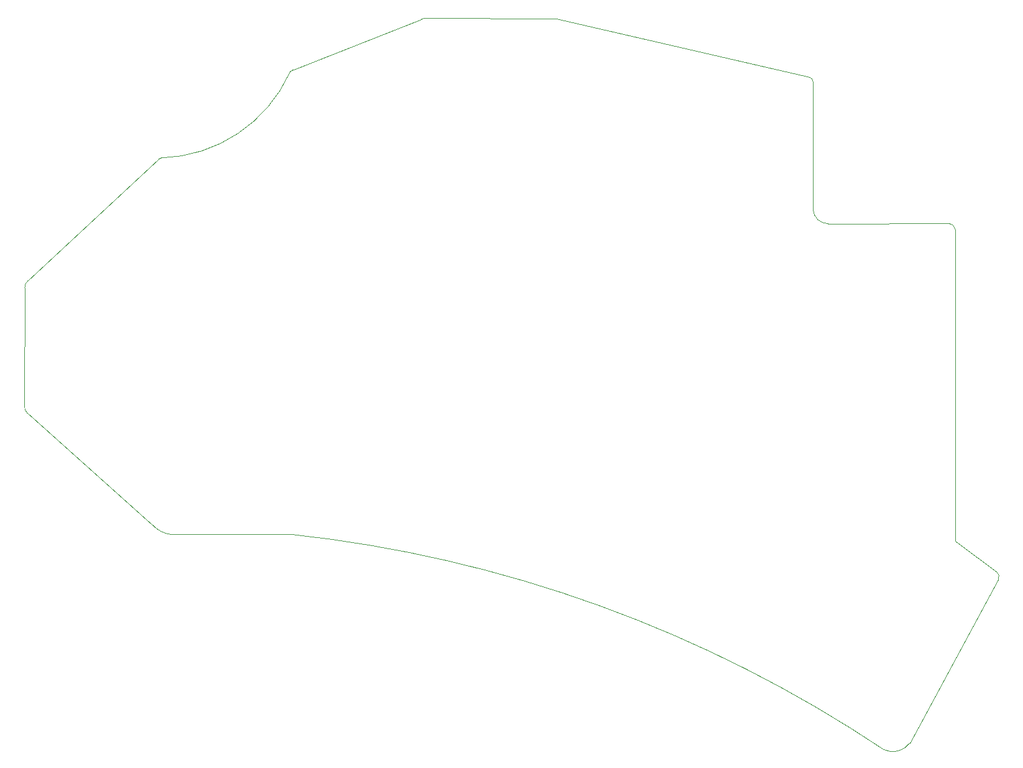
<source format=gbr>
%TF.GenerationSoftware,KiCad,Pcbnew,(6.0.2-0)*%
%TF.CreationDate,2022-03-18T22:26:56-05:00*%
%TF.ProjectId,Exkeylibur,45786b65-796c-4696-9275-722e6b696361,rev?*%
%TF.SameCoordinates,Original*%
%TF.FileFunction,Profile,NP*%
%FSLAX46Y46*%
G04 Gerber Fmt 4.6, Leading zero omitted, Abs format (unit mm)*
G04 Created by KiCad (PCBNEW (6.0.2-0)) date 2022-03-18 22:26:56*
%MOMM*%
%LPD*%
G01*
G04 APERTURE LIST*
%TA.AperFunction,Profile*%
%ADD10C,0.050000*%
%TD*%
G04 APERTURE END LIST*
D10*
X137519691Y-120922563D02*
G75*
G03*
X56730425Y-91636425I-99855009J-149385387D01*
G01*
X137530425Y-120936424D02*
G75*
G03*
X141080425Y-120086425I1262721J2564519D01*
G01*
X153170424Y-97806425D02*
G75*
G03*
X152950425Y-96746425I-792898J388267D01*
G01*
X152945425Y-96741425D02*
X147290425Y-92516425D01*
X127937536Y-47399211D02*
X127937580Y-30074631D01*
X127937537Y-47399211D02*
G75*
G03*
X129972537Y-49330129I2000000J70001D01*
G01*
X129972537Y-49330129D02*
X146483270Y-49322000D01*
X147290424Y-50156425D02*
G75*
G03*
X146483270Y-49322000I-886205J-49642D01*
G01*
X147290425Y-50156425D02*
X147290425Y-92516425D01*
X20880425Y-75136425D02*
X37910425Y-90326425D01*
X37910425Y-90326425D02*
G75*
G03*
X40520425Y-91676425I3144740J2881830D01*
G01*
X127937580Y-30074631D02*
G75*
G03*
X127471526Y-29394101I-729878J2D01*
G01*
X38740425Y-40596425D02*
X21010425Y-57076425D01*
X40520425Y-91656425D02*
X56730425Y-91636425D01*
X56930425Y-28421373D02*
X74610425Y-21486425D01*
X75050425Y-21376425D02*
G75*
G03*
X74610425Y-21486425I16428J-1000714D01*
G01*
X39150425Y-40386425D02*
G75*
G03*
X38750425Y-40586425I53850J-607701D01*
G01*
X57090425Y-28306425D02*
G75*
G03*
X56670425Y-28716425I533193J-966319D01*
G01*
X21010425Y-57076425D02*
G75*
G03*
X20530425Y-58076425I749440J-974931D01*
G01*
X141080425Y-120086425D02*
X153170425Y-97806425D01*
X75050425Y-21376425D02*
X92940425Y-21436425D01*
X39150425Y-40386425D02*
G75*
G03*
X56670425Y-28716425I-580778J19858173D01*
G01*
X20530425Y-58076425D02*
X20510425Y-74196425D01*
X92940425Y-21436425D02*
X127471526Y-29394101D01*
X20510425Y-74196425D02*
G75*
G03*
X20880425Y-75136425I1199233J-70781D01*
G01*
M02*

</source>
